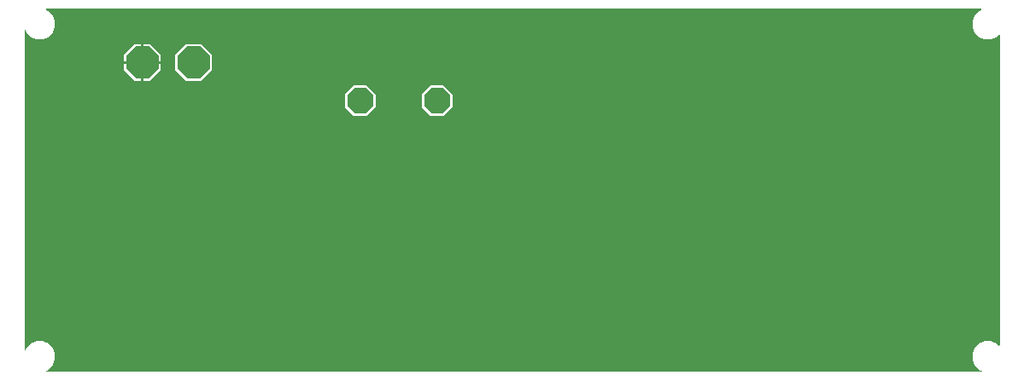
<source format=gbl>
G04 EAGLE Gerber RS-274X export*
G75*
%MOMM*%
%FSLAX34Y34*%
%LPD*%
%INBottom Copper*%
%IPPOS*%
%AMOC8*
5,1,8,0,0,1.08239X$1,22.5*%
G01*
%ADD10P,3.409096X8X292.500000*%
%ADD11P,2.749271X8X202.500000*%
%ADD12C,0.914400*%

G36*
X958643Y10176D02*
X958643Y10176D01*
X958740Y10186D01*
X958764Y10196D01*
X958790Y10200D01*
X958876Y10246D01*
X958965Y10286D01*
X958984Y10303D01*
X959007Y10316D01*
X959074Y10386D01*
X959146Y10452D01*
X959158Y10475D01*
X959176Y10494D01*
X959217Y10582D01*
X959264Y10668D01*
X959269Y10693D01*
X959280Y10717D01*
X959291Y10814D01*
X959308Y10910D01*
X959304Y10936D01*
X959307Y10961D01*
X959287Y11057D01*
X959272Y11153D01*
X959260Y11176D01*
X959255Y11202D01*
X959205Y11285D01*
X959161Y11372D01*
X959142Y11391D01*
X959129Y11413D01*
X959055Y11476D01*
X958985Y11544D01*
X958957Y11560D01*
X958942Y11573D01*
X958911Y11585D01*
X958838Y11625D01*
X956612Y12547D01*
X952347Y16812D01*
X950039Y22384D01*
X950039Y28416D01*
X952347Y33988D01*
X956612Y38253D01*
X962184Y40561D01*
X968216Y40561D01*
X973788Y38253D01*
X975840Y36201D01*
X975898Y36159D01*
X975950Y36110D01*
X975997Y36088D01*
X976039Y36057D01*
X976108Y36036D01*
X976173Y36006D01*
X976225Y36000D01*
X976275Y35985D01*
X976346Y35987D01*
X976417Y35979D01*
X976468Y35990D01*
X976520Y35991D01*
X976588Y36016D01*
X976658Y36031D01*
X976703Y36058D01*
X976751Y36076D01*
X976807Y36121D01*
X976869Y36157D01*
X976903Y36197D01*
X976943Y36229D01*
X976982Y36290D01*
X977029Y36344D01*
X977048Y36393D01*
X977076Y36436D01*
X977094Y36506D01*
X977121Y36572D01*
X977129Y36644D01*
X977137Y36675D01*
X977135Y36698D01*
X977139Y36739D01*
X977139Y344261D01*
X977128Y344332D01*
X977126Y344403D01*
X977108Y344452D01*
X977100Y344504D01*
X977066Y344567D01*
X977041Y344634D01*
X977009Y344675D01*
X976984Y344721D01*
X976932Y344770D01*
X976888Y344826D01*
X976844Y344855D01*
X976806Y344890D01*
X976741Y344921D01*
X976681Y344959D01*
X976630Y344972D01*
X976583Y344994D01*
X976512Y345002D01*
X976442Y345019D01*
X976390Y345015D01*
X976339Y345021D01*
X976268Y345006D01*
X976197Y345000D01*
X976149Y344980D01*
X976098Y344969D01*
X976037Y344932D01*
X975971Y344904D01*
X975915Y344859D01*
X975887Y344843D01*
X975872Y344825D01*
X975840Y344799D01*
X973788Y342747D01*
X968216Y340439D01*
X962184Y340439D01*
X956612Y342747D01*
X952347Y347012D01*
X950039Y352584D01*
X950039Y358616D01*
X952347Y364188D01*
X956612Y368453D01*
X958597Y369275D01*
X958680Y369326D01*
X958766Y369372D01*
X958784Y369390D01*
X958806Y369404D01*
X958868Y369480D01*
X958935Y369550D01*
X958946Y369574D01*
X958963Y369594D01*
X958998Y369685D01*
X959039Y369773D01*
X959042Y369799D01*
X959051Y369823D01*
X959055Y369921D01*
X959066Y370017D01*
X959060Y370043D01*
X959061Y370069D01*
X959034Y370163D01*
X959013Y370258D01*
X959000Y370280D01*
X958993Y370305D01*
X958937Y370385D01*
X958887Y370469D01*
X958867Y370486D01*
X958853Y370507D01*
X958774Y370566D01*
X958700Y370629D01*
X958676Y370639D01*
X958655Y370654D01*
X958563Y370684D01*
X958472Y370721D01*
X958440Y370724D01*
X958421Y370730D01*
X958388Y370730D01*
X958306Y370739D01*
X32294Y370739D01*
X32198Y370724D01*
X32101Y370714D01*
X32078Y370704D01*
X32052Y370700D01*
X31966Y370654D01*
X31877Y370614D01*
X31857Y370597D01*
X31834Y370584D01*
X31767Y370514D01*
X31696Y370448D01*
X31683Y370425D01*
X31665Y370406D01*
X31624Y370318D01*
X31577Y370232D01*
X31572Y370207D01*
X31561Y370183D01*
X31551Y370086D01*
X31533Y369990D01*
X31537Y369964D01*
X31534Y369939D01*
X31555Y369843D01*
X31569Y369747D01*
X31581Y369724D01*
X31587Y369698D01*
X31636Y369615D01*
X31681Y369528D01*
X31699Y369509D01*
X31713Y369487D01*
X31787Y369424D01*
X31856Y369356D01*
X31885Y369340D01*
X31900Y369327D01*
X31930Y369315D01*
X32003Y369275D01*
X33988Y368453D01*
X38253Y364188D01*
X40561Y358616D01*
X40561Y352584D01*
X38253Y347012D01*
X33988Y342747D01*
X28416Y340439D01*
X22384Y340439D01*
X16812Y342747D01*
X12547Y347012D01*
X11625Y349238D01*
X11574Y349321D01*
X11528Y349407D01*
X11510Y349425D01*
X11496Y349447D01*
X11420Y349510D01*
X11350Y349576D01*
X11326Y349587D01*
X11306Y349604D01*
X11215Y349639D01*
X11127Y349680D01*
X11101Y349683D01*
X11077Y349692D01*
X10979Y349696D01*
X10883Y349707D01*
X10857Y349702D01*
X10831Y349703D01*
X10737Y349676D01*
X10642Y349655D01*
X10620Y349641D01*
X10595Y349634D01*
X10515Y349579D01*
X10431Y349529D01*
X10414Y349509D01*
X10393Y349494D01*
X10334Y349416D01*
X10271Y349342D01*
X10261Y349318D01*
X10246Y349297D01*
X10216Y349204D01*
X10179Y349114D01*
X10176Y349081D01*
X10170Y349063D01*
X10170Y349030D01*
X10161Y348947D01*
X10161Y32053D01*
X10176Y31957D01*
X10186Y31860D01*
X10196Y31836D01*
X10200Y31810D01*
X10246Y31724D01*
X10286Y31635D01*
X10303Y31616D01*
X10316Y31593D01*
X10386Y31526D01*
X10452Y31454D01*
X10475Y31442D01*
X10494Y31424D01*
X10582Y31383D01*
X10668Y31336D01*
X10693Y31331D01*
X10717Y31320D01*
X10814Y31309D01*
X10910Y31292D01*
X10936Y31296D01*
X10961Y31293D01*
X11057Y31313D01*
X11153Y31328D01*
X11176Y31340D01*
X11202Y31345D01*
X11285Y31395D01*
X11372Y31439D01*
X11391Y31458D01*
X11413Y31471D01*
X11476Y31545D01*
X11544Y31615D01*
X11560Y31643D01*
X11573Y31658D01*
X11585Y31689D01*
X11625Y31762D01*
X12547Y33988D01*
X16812Y38253D01*
X22384Y40561D01*
X28416Y40561D01*
X33988Y38253D01*
X38253Y33988D01*
X40561Y28416D01*
X40561Y22384D01*
X38253Y16812D01*
X33988Y12547D01*
X31762Y11625D01*
X31679Y11574D01*
X31593Y11528D01*
X31575Y11510D01*
X31553Y11496D01*
X31490Y11420D01*
X31424Y11350D01*
X31413Y11326D01*
X31396Y11306D01*
X31361Y11215D01*
X31320Y11127D01*
X31317Y11101D01*
X31308Y11077D01*
X31304Y10979D01*
X31293Y10883D01*
X31298Y10857D01*
X31297Y10831D01*
X31324Y10737D01*
X31345Y10642D01*
X31359Y10620D01*
X31366Y10595D01*
X31421Y10515D01*
X31471Y10431D01*
X31491Y10414D01*
X31506Y10393D01*
X31584Y10334D01*
X31658Y10271D01*
X31682Y10261D01*
X31703Y10246D01*
X31796Y10216D01*
X31886Y10179D01*
X31919Y10176D01*
X31937Y10170D01*
X31970Y10170D01*
X32053Y10161D01*
X958547Y10161D01*
X958643Y10176D01*
G37*
%LPC*%
G36*
X170225Y299211D02*
X170225Y299211D01*
X159511Y309925D01*
X159511Y325075D01*
X170225Y335789D01*
X185375Y335789D01*
X196089Y325075D01*
X196089Y309925D01*
X185375Y299211D01*
X170225Y299211D01*
G37*
%LPD*%
%LPC*%
G36*
X336587Y264159D02*
X336587Y264159D01*
X327659Y273087D01*
X327659Y285713D01*
X336587Y294641D01*
X349213Y294641D01*
X358141Y285713D01*
X358141Y273087D01*
X349213Y264159D01*
X336587Y264159D01*
G37*
%LPD*%
%LPC*%
G36*
X412787Y264159D02*
X412787Y264159D01*
X403859Y273087D01*
X403859Y285713D01*
X412787Y294641D01*
X425413Y294641D01*
X434341Y285713D01*
X434341Y273087D01*
X425413Y264159D01*
X412787Y264159D01*
G37*
%LPD*%
%LPC*%
G36*
X128523Y319023D02*
X128523Y319023D01*
X128523Y335789D01*
X134575Y335789D01*
X145289Y325075D01*
X145289Y319023D01*
X128523Y319023D01*
G37*
%LPD*%
%LPC*%
G36*
X108711Y319023D02*
X108711Y319023D01*
X108711Y325075D01*
X119425Y335789D01*
X125477Y335789D01*
X125477Y319023D01*
X108711Y319023D01*
G37*
%LPD*%
%LPC*%
G36*
X128523Y299211D02*
X128523Y299211D01*
X128523Y315977D01*
X145289Y315977D01*
X145289Y309925D01*
X134575Y299211D01*
X128523Y299211D01*
G37*
%LPD*%
%LPC*%
G36*
X119425Y299211D02*
X119425Y299211D01*
X108711Y309925D01*
X108711Y315977D01*
X125477Y315977D01*
X125477Y299211D01*
X119425Y299211D01*
G37*
%LPD*%
%LPC*%
G36*
X126999Y317499D02*
X126999Y317499D01*
X126999Y317501D01*
X127001Y317501D01*
X127001Y317499D01*
X126999Y317499D01*
G37*
%LPD*%
D10*
X127000Y317500D03*
X177800Y317500D03*
D11*
X419100Y279400D03*
X342900Y279400D03*
D12*
X685800Y165100D03*
X863600Y177800D03*
X520700Y279400D03*
M02*

</source>
